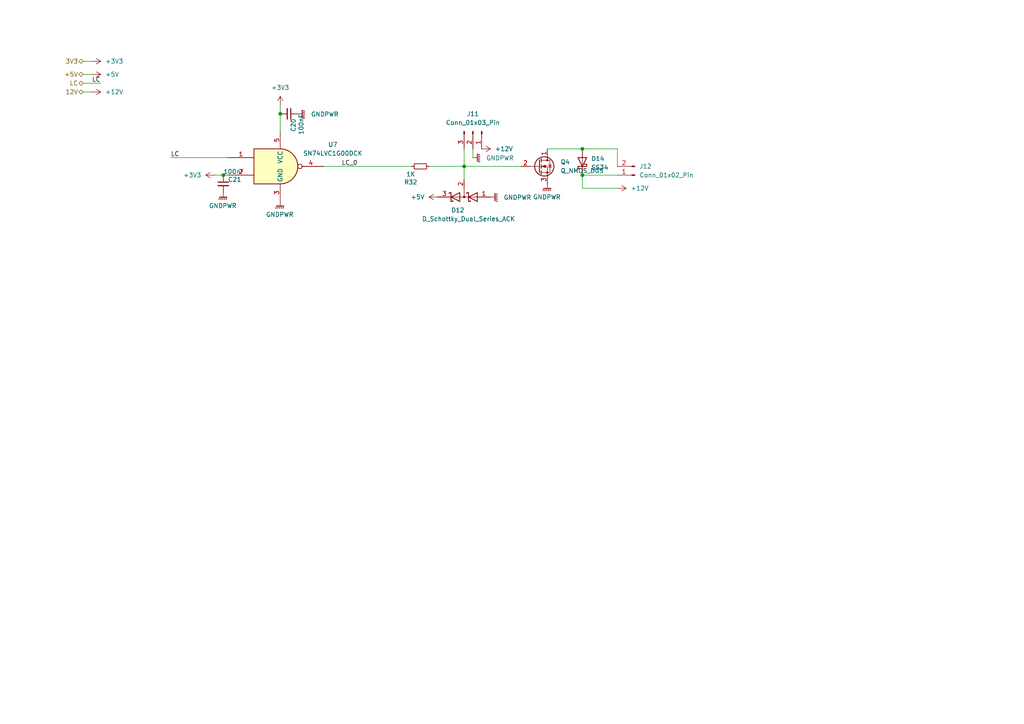
<source format=kicad_sch>
(kicad_sch (version 20231120) (generator "eeschema") (generator_version "8.0")
  (paper "A4")
  (lib_symbols
    (symbol "74xGxx:SN74LVC1G00DCK"
      (property "Reference" "U" (at -5.08 7.62 0))
      (property "Value" "SN74LVC1G00DCK" (at 7.62 -7.62 0))
      (symbol "SN74LVC1G00DCK_0_1"
        (arc (start 0 -5.08) (mid 5.0579 0) (end 0 5.08) (stroke (width 0.254)) (fill (type background)))
        (polyline (pts (xy 0 -5.08) (xy -7.62 -5.08) (xy -7.62 5.08) (xy 0 5.08)) (stroke (width 0.254)) (fill (type background)))
      )
      (symbol "SN74LVC1G00DCK_1_1"
        (pin input line (at -15.24 2.54 0) (length 7.62) (name "~") (number "1"))
        (pin input line (at -15.24 -2.54 0) (length 7.62) (name "~") (number "2"))
        (pin power_in line (at 0 -10.16 90) (length 5.08) (name "GND") (number "3"))
        (pin output inverted (at 12.7 0 180) (length 7.62) (name "~") (number "4"))
        (pin power_in line (at 0 10.16 270) (length 5.08) (name "VCC") (number "5"))
      )
    )
    (symbol "Connector:Conn_01x02_Pin" (pin_names (offset 1.016) hide)
      (property "Reference" "J" (at 0 2.54 0))
      (property "Value" "Conn_01x02_Pin" (at 0 -5.08 0))
      (symbol "Conn_01x02_Pin_1_1"
        (polyline (pts (xy 1.27 -2.54) (xy 0.8636 -2.54)) (stroke (width 0.1524)))
        (polyline (pts (xy 1.27 0) (xy 0.8636 0)) (stroke (width 0.1524)))
        (rectangle (start 0.8636 -2.413) (end 0 -2.667) (stroke (width 0.1524)) (fill (type outline)))
        (rectangle (start 0.8636 0.127) (end 0 -0.127) (stroke (width 0.1524)) (fill (type outline)))
        (pin passive line (at 5.08 0 180) (length 3.81) (name "Pin_1") (number "1"))
        (pin passive line (at 5.08 -2.54 180) (length 3.81) (name "Pin_2") (number "2"))
      )
    )
    (symbol "Connector:Conn_01x03_Pin" (pin_names (offset 1.016) hide)
      (property "Reference" "J" (at 0 5.08 0))
      (property "Value" "Conn_01x03_Pin" (at 0 -5.08 0))
      (symbol "Conn_01x03_Pin_1_1"
        (polyline (pts (xy 1.27 -2.54) (xy 0.8636 -2.54)) (stroke (width 0.1524)))
        (polyline (pts (xy 1.27 0) (xy 0.8636 0)) (stroke (width 0.1524)))
        (polyline (pts (xy 1.27 2.54) (xy 0.8636 2.54)) (stroke (width 0.1524)))
        (rectangle (start 0.8636 -2.413) (end 0 -2.667) (stroke (width 0.1524)) (fill (type outline)))
        (rectangle (start 0.8636 0.127) (end 0 -0.127) (stroke (width 0.1524)) (fill (type outline)))
        (rectangle (start 0.8636 2.667) (end 0 2.413) (stroke (width 0.1524)) (fill (type outline)))
        (pin passive line (at 5.08 2.54 180) (length 3.81) (name "Pin_1") (number "1"))
        (pin passive line (at 5.08 0 180) (length 3.81) (name "Pin_2") (number "2"))
        (pin passive line (at 5.08 -2.54 180) (length 3.81) (name "Pin_3") (number "3"))
      )
    )
    (symbol "Device:C_Small" (pin_numbers hide) (pin_names (offset 0.254) hide)
      (property "Reference" "C" (at 0.254 1.778 0))
      (property "Value" "C_Small" (at 0.254 -2.032 0))
      (symbol "C_Small_0_1"
        (polyline (pts (xy -1.524 -0.508) (xy 1.524 -0.508)) (stroke (width 0.3302)))
        (polyline (pts (xy -1.524 0.508) (xy 1.524 0.508)) (stroke (width 0.3048)))
      )
      (symbol "C_Small_1_1"
        (pin passive line (at 0 2.54 270) (length 2.032) (name "~") (number "1"))
        (pin passive line (at 0 -2.54 90) (length 2.032) (name "~") (number "2"))
      )
    )
    (symbol "Device:D_Schottky_Dual_Series_ACK" (pin_names (offset 0.762) hide)
      (property "Reference" "D" (at 1.27 -2.54 0))
      (property "Value" "D_Schottky_Dual_Series_ACK" (at 0 2.54 0))
      (symbol "D_Schottky_Dual_Series_ACK_0_1"
        (polyline (pts (xy 0 0) (xy 0 -2.54)))
        (polyline (pts (xy 3.81 0) (xy -3.81 0)))
        (polyline (pts (xy 6.35 0) (xy 7.62 0)))
        (polyline (pts (xy -1.27 -1.27) (xy -1.27 1.27) (xy -1.27 1.27)) (stroke (width 0.254)))
        (polyline (pts (xy 3.81 1.27) (xy 3.81 -1.27) (xy 3.81 -1.27)) (stroke (width 0.254)))
        (polyline (pts (xy -1.27 -1.27) (xy -0.762 -1.27) (xy -0.762 -1.016) (xy -0.762 -1.016)) (stroke (width 0.254)))
        (polyline (pts (xy 3.81 -1.27) (xy 4.318 -1.27) (xy 4.318 -1.016) (xy 4.318 -1.016)) (stroke (width 0.254)))
        (polyline (pts (xy 3.81 1.27) (xy 3.302 1.27) (xy 3.302 1.016) (xy 3.302 1.016)) (stroke (width 0.254)))
        (polyline (pts (xy -1.778 1.016) (xy -1.778 1.27) (xy -1.27 1.27) (xy -1.27 1.27) (xy -1.27 1.27)) (stroke (width 0.254)))
        (polyline (pts (xy -3.81 1.27) (xy -1.27 0) (xy -3.81 -1.27) (xy -3.81 1.27) (xy -3.81 1.27) (xy -3.81 1.27)) (stroke (width 0.254)))
        (polyline (pts (xy 1.27 1.27) (xy 3.81 0) (xy 1.27 -1.27) (xy 1.27 1.27) (xy 1.27 1.27) (xy 1.27 1.27)) (stroke (width 0.254)))
        (circle (center 0 0) (radius 0.254) (fill (type outline)))
        (pin passive line (at -7.62 0 0) (length 3.81) (name "A") (number "1"))
        (pin passive line (at 0 -5.08 90) (length 2.54) (name "common") (number "2"))
        (pin passive line (at 7.62 0 180) (length 3.81) (name "K") (number "3"))
      )
    )
    (symbol "Device:Q_NMOS_DGS" (pin_names (offset 0) hide)
      (property "Reference" "Q" (at 5.08 1.27 0))
      (property "Value" "Q_NMOS_DGS" (at 5.08 -1.27 0))
      (symbol "Q_NMOS_DGS_0_1"
        (polyline (pts (xy 0.254 0) (xy -2.54 0)))
        (polyline (pts (xy 0.254 1.905) (xy 0.254 -1.905)) (stroke (width 0.254)))
        (polyline (pts (xy 0.762 -1.27) (xy 0.762 -2.286)) (stroke (width 0.254)))
        (polyline (pts (xy 0.762 0.508) (xy 0.762 -0.508)) (stroke (width 0.254)))
        (polyline (pts (xy 0.762 2.286) (xy 0.762 1.27)) (stroke (width 0.254)))
        (polyline (pts (xy 2.54 2.54) (xy 2.54 1.778)))
        (polyline (pts (xy 2.54 -2.54) (xy 2.54 0) (xy 0.762 0)))
        (polyline (pts (xy 0.762 -1.778) (xy 3.302 -1.778) (xy 3.302 1.778) (xy 0.762 1.778)))
        (polyline (pts (xy 1.016 0) (xy 2.032 0.381) (xy 2.032 -0.381) (xy 1.016 0)) (fill (type outline)))
        (polyline (pts (xy 2.794 0.508) (xy 2.921 0.381) (xy 3.683 0.381) (xy 3.81 0.254)))
        (polyline (pts (xy 3.302 0.381) (xy 2.921 -0.254) (xy 3.683 -0.254) (xy 3.302 0.381)))
        (circle (center 1.651 0) (radius 2.794) (stroke (width 0.254)))
        (circle (center 2.54 -1.778) (radius 0.254) (fill (type outline)))
        (circle (center 2.54 1.778) (radius 0.254) (fill (type outline)))
      )
      (symbol "Q_NMOS_DGS_1_1"
        (pin passive line (at 2.54 5.08 270) (length 2.54) (name "D") (number "1"))
        (pin input line (at -5.08 0 0) (length 2.54) (name "G") (number "2"))
        (pin passive line (at 2.54 -5.08 90) (length 2.54) (name "S") (number "3"))
      )
    )
    (symbol "Device:R_Small" (pin_numbers hide) (pin_names (offset 0.254) hide)
      (property "Reference" "R" (at 0.762 0.508 0))
      (property "Value" "R_Small" (at 0.762 -1.016 0))
      (symbol "R_Small_0_1"
        (rectangle (start -0.762 1.778) (end 0.762 -1.778) (stroke (width 0.2032)))
      )
      (symbol "R_Small_1_1"
        (pin passive line (at 0 2.54 270) (length 0.762) (name "~") (number "1"))
        (pin passive line (at 0 -2.54 90) (length 0.762) (name "~") (number "2"))
      )
    )
    (symbol "Diode:1N6858UR" (pin_numbers hide) (pin_names (offset 1.016) hide)
      (property "Reference" "D" (at 0 2.54 0))
      (property "Value" "1N6858UR" (at 0 -2.54 0))
      (symbol "1N6858UR_0_1"
        (polyline (pts (xy 1.27 0) (xy -1.27 0)))
        (polyline (pts (xy 1.27 1.27) (xy 1.27 -1.27) (xy -1.27 0) (xy 1.27 1.27)) (stroke (width 0.254)))
        (polyline (pts (xy -1.905 0.635) (xy -1.905 1.27) (xy -1.27 1.27) (xy -1.27 -1.27) (xy -0.635 -1.27) (xy -0.635 -0.635)) (stroke (width 0.254)))
      )
      (symbol "1N6858UR_1_1"
        (pin passive line (at -3.81 0 0) (length 2.54) (name "K") (number "1"))
        (pin passive line (at 3.81 0 180) (length 2.54) (name "A") (number "2"))
      )
    )
    (symbol "power:+12V" (power) (pin_numbers hide) (pin_names (offset 0) hide)
      (property "Value" "+12V" (at 0 3.556 0))
      (symbol "+12V_0_1"
        (polyline (pts (xy -0.762 1.27) (xy 0 2.54)))
        (polyline (pts (xy 0 0) (xy 0 2.54)))
        (polyline (pts (xy 0 2.54) (xy 0.762 1.27)))
      )
      (symbol "+12V_1_1"
        (pin power_in line (at 0 0 90) (length 0) (name "~") (number "1"))
      )
    )
    (symbol "power:+3V3" (power) (pin_numbers hide) (pin_names (offset 0) hide)
      (property "Value" "+3V3" (at 0 3.556 0))
      (symbol "+3V3_0_1"
        (polyline (pts (xy -0.762 1.27) (xy 0 2.54)))
        (polyline (pts (xy 0 0) (xy 0 2.54)))
        (polyline (pts (xy 0 2.54) (xy 0.762 1.27)))
      )
      (symbol "+3V3_1_1"
        (pin power_in line (at 0 0 90) (length 0) (name "~") (number "1"))
      )
    )
    (symbol "power:GNDPWR" (power) (pin_numbers hide) (pin_names (offset 0) hide)
      (property "Value" "GNDPWR" (at 0 -3.302 0))
      (symbol "GNDPWR_0_1"
        (polyline (pts (xy 0 -1.27) (xy 0 0)))
        (polyline (pts (xy -1.016 -1.27) (xy -1.27 -2.032) (xy -1.27 -2.032)) (stroke (width 0.2032)))
        (polyline (pts (xy -0.508 -1.27) (xy -0.762 -2.032) (xy -0.762 -2.032)) (stroke (width 0.2032)))
        (polyline (pts (xy 0 -1.27) (xy -0.254 -2.032) (xy -0.254 -2.032)) (stroke (width 0.2032)))
        (polyline (pts (xy 0.508 -1.27) (xy 0.254 -2.032) (xy 0.254 -2.032)) (stroke (width 0.2032)))
        (polyline (pts (xy 1.016 -1.27) (xy -1.016 -1.27) (xy -1.016 -1.27)) (stroke (width 0.2032)))
        (polyline (pts (xy 1.016 -1.27) (xy 0.762 -2.032) (xy 0.762 -2.032) (xy 0.762 -2.032)) (stroke (width 0.2032)))
      )
      (symbol "GNDPWR_1_1"
        (pin power_in line (at 0 0 270) (length 0) (name "~") (number "1"))
      )
    )
  )
  (junction (at 81.28 33.02))
  (junction (at 168.91 50.8))
  (junction (at 168.91 43.18))
  (junction (at 134.62 48.26))
  (junction (at 64.77 50.8))
  (wire (pts (xy 64.77 50.8) (xy 66.04 50.8)))
  (wire (pts (xy 158.75 43.18) (xy 168.91 43.18)))
  (wire (pts (xy 134.62 43.18) (xy 134.62 48.26)))
  (wire (pts (xy 179.07 43.18) (xy 179.07 48.26)))
  (wire (pts (xy 81.28 33.02) (xy 81.28 38.1)))
  (wire (pts (xy 134.62 48.26) (xy 151.13 48.26)))
  (wire (pts (xy 49.53 45.72) (xy 66.04 45.72)))
  (wire (pts (xy 24.13 24.13) (xy 29.21 24.13)))
  (wire (pts (xy 93.98 48.26) (xy 119.38 48.26)))
  (wire (pts (xy 168.91 54.61) (xy 179.07 54.61)))
  (wire (pts (xy 24.13 17.78) (xy 26.67 17.78)))
  (wire (pts (xy 62.23 50.8) (xy 64.77 50.8)))
  (wire (pts (xy 137.16 45.72) (xy 137.16 43.18)))
  (wire (pts (xy 134.62 52.07) (xy 134.62 48.26)))
  (wire (pts (xy 168.91 43.18) (xy 179.07 43.18)))
  (wire (pts (xy 81.28 30.48) (xy 81.28 33.02)))
  (wire (pts (xy 168.91 50.8) (xy 179.07 50.8)))
  (wire (pts (xy 24.13 21.59) (xy 26.67 21.59)))
  (wire (pts (xy 168.91 54.61) (xy 168.91 50.8)))
  (wire (pts (xy 134.62 48.26) (xy 124.46 48.26)))
  (wire (pts (xy 24.13 26.67) (xy 26.67 26.67)))
  (label "LC" (at 26.67 24.13 0))
  (label "LC_0" (at 99.06 48.26 0))
  (label "LC" (at 49.53 45.72 0))
  (hierarchical_label "3V3" (shape bidirectional) (at 24.13 17.78 180))
  (hierarchical_label "12V" (shape bidirectional) (at 24.13 26.67 180))
  (hierarchical_label "+5V" (shape bidirectional) (at 24.13 21.59 180))
  (hierarchical_label "LC" (shape bidirectional) (at 24.13 24.13 180))
  (symbol (lib_id "Diode:1N6858UR") (at 168.91 46.99 90) (unit 1)
    (property "Reference" "D14" (at 171.45 46.0374 90) (effects (justify right)))
    (property "Value" "SS34" (at 171.45 48.5774 90) (effects (justify right)))
    (property "Footprint" "Diode_SMD:D_MELF" (effects (hide yes)))
    (property "Datasheet" "https://www.microsemi.com/document-portal/doc_download/131890-lds-0040-1-datasheet" (effects (hide yes)))
    (property "Description" "70V 75mA Schottky diode, MELF(DO-213AA)" (effects (hide yes)))
  )
  (symbol (lib_id "Connector:Conn_01x03_Pin") (at 137.16 38.1 270) (unit 1)
    (property "Reference" "J11" (at 137.16 33.02 90))
    (property "Value" "Conn_01x03_Pin" (at 137.16 35.56 90))
    (property "Description" "Generic connector, single row, 01x03, script generated" (effects (hide yes)))
  )
  (symbol (lib_id "power:GNDPWR") (at 64.77 55.88 0) (unit 1)
    (property "Reference" "#PWR092" (effects (hide yes)))
    (property "Value" "GNDPWR" (at 64.643 59.69 0))
    (property "Description" "Power symbol creates a global label with name \"GNDPWR\" , global ground" (effects (hide yes)))
  )
  (symbol (lib_id "power:+12V") (at 26.67 26.67 270) (unit 1)
    (property "Reference" "#PWR093" (effects (hide yes)))
    (property "Value" "+12V" (at 30.48 26.6699 90) (effects (justify left)))
    (property "Description" "Power symbol creates a global label with name \"+12V\"" (effects (hide yes)))
  )
  (symbol (lib_id "Connector:Conn_01x02_Pin") (at 184.15 50.8 180) (unit 1)
    (property "Reference" "J12" (at 185.42 48.2599 0) (effects (justify right)))
    (property "Value" "Conn_01x02_Pin" (at 185.42 50.7999 0) (effects (justify right)))
    (property "Description" "Generic connector, single row, 01x02, script generated" (effects (hide yes)))
  )
  (symbol (lib_id "Device:C_Small") (at 64.77 53.34 0) (unit 1)
    (property "Reference" "C21" (at 68.072 52.07 0))
    (property "Value" "100nF" (at 67.818 49.784 0))
    (property "Description" "Unpolarized capacitor, small symbol" (effects (hide yes)))
  )
  (symbol (lib_id "power:GNDPWR") (at 137.16 45.72 90) (unit 1)
    (property "Reference" "#PWR088" (effects (hide yes)))
    (property "Value" "GNDPWR" (at 140.97 45.8469 90) (effects (justify right)))
    (property "Description" "Power symbol creates a global label with name \"GNDPWR\" , global ground" (effects (hide yes)))
  )
  (symbol (lib_id "power:+3V3") (at 127 57.15 90) (unit 1)
    (property "Reference" "#PWR089" (effects (hide yes)))
    (property "Value" "+5V" (at 123.19 57.1499 90) (effects (justify left)))
    (property "Description" "Power symbol creates a global label with name \"+3V3\"" (effects (hide yes)))
  )
  (symbol (lib_id "power:+3V3") (at 81.28 30.48 0) (unit 1)
    (property "Reference" "#PWR085" (effects (hide yes)))
    (property "Value" "+3V3" (at 81.28 25.4 0))
    (property "Description" "Power symbol creates a global label with name \"+3V3\"" (effects (hide yes)))
  )
  (symbol (lib_id "power:GNDPWR") (at 158.75 53.34 0) (unit 1)
    (property "Reference" "#PWR091" (effects (hide yes)))
    (property "Value" "GNDPWR" (at 158.623 57.15 0))
    (property "Description" "Power symbol creates a global label with name \"GNDPWR\" , global ground" (effects (hide yes)))
  )
  (symbol (lib_id "power:GNDPWR") (at 86.36 33.02 90) (unit 1)
    (property "Reference" "#PWR087" (effects (hide yes)))
    (property "Value" "GNDPWR" (at 90.17 33.1469 90) (effects (justify right)))
    (property "Description" "Power symbol creates a global label with name \"GNDPWR\" , global ground" (effects (hide yes)))
  )
  (symbol (lib_id "Device:R_Small") (at 121.92 48.26 90) (unit 1)
    (property "Reference" "R32" (at 119.126 52.832 90))
    (property "Value" "1K" (at 119.126 50.546 90))
    (property "Description" "Resistor, small symbol" (effects (hide yes)))
  )
  (symbol (lib_id "power:+3V3") (at 26.67 21.59 270) (unit 1)
    (property "Reference" "#PWR083" (effects (hide yes)))
    (property "Value" "+5V" (at 30.48 21.5899 90) (effects (justify left)))
    (property "Description" "Power symbol creates a global label with name \"+3V3\"" (effects (hide yes)))
  )
  (symbol (lib_id "74xGxx:SN74LVC1G00DCK") (at 81.28 48.26 0) (unit 1)
    (property "Reference" "U7" (at 96.52 41.9414 0))
    (property "Value" "SN74LVC1G00DCK" (at 96.52 44.4814 0))
    (property "Footprint" "Package_TO_SOT_SMD:Texas_R-PDSO-G5_DCK-5" (effects (hide yes)))
    (property "Datasheet" "http://www.ti.com/lit/ds/symlink/sn74lvc1g00.pdf" (effects (hide yes)))
    (property "Description" "Single NAND Gate, Low-Voltage CMOS, SOT-353" (effects (hide yes)))
  )
  (symbol (lib_id "Device:Q_NMOS_DGS") (at 156.21 48.26 0) (unit 1)
    (property "Reference" "Q4" (at 162.56 46.9899 0) (effects (justify left)))
    (property "Value" "Q_NMOS_DGS" (at 162.56 49.5299 0) (effects (justify left)))
    (property "Description" "N-MOSFET transistor, drain/gate/source" (effects (hide yes)))
  )
  (symbol (lib_id "power:GNDPWR") (at 81.28 58.42 0) (unit 1)
    (property "Reference" "#PWR084" (effects (hide yes)))
    (property "Value" "GNDPWR" (at 81.153 62.23 0))
    (property "Description" "Power symbol creates a global label with name \"GNDPWR\" , global ground" (effects (hide yes)))
  )
  (symbol (lib_id "power:+12V") (at 139.7 43.18 270) (unit 1)
    (property "Reference" "#PWR095" (effects (hide yes)))
    (property "Value" "+12V" (at 143.51 43.1799 90) (effects (justify left)))
    (property "Description" "Power symbol creates a global label with name \"+12V\"" (effects (hide yes)))
  )
  (symbol (lib_id "power:GNDPWR") (at 142.24 57.15 90) (unit 1)
    (property "Reference" "#PWR090" (effects (hide yes)))
    (property "Value" "GNDPWR" (at 146.05 57.2769 90) (effects (justify right)))
    (property "Description" "Power symbol creates a global label with name \"GNDPWR\" , global ground" (effects (hide yes)))
  )
  (symbol (lib_id "power:+12V") (at 179.07 54.61 270) (unit 1)
    (property "Reference" "#PWR094" (effects (hide yes)))
    (property "Value" "+12V" (at 182.88 54.6099 90) (effects (justify left)))
    (property "Description" "Power symbol creates a global label with name \"+12V\"" (effects (hide yes)))
  )
  (symbol (lib_id "power:+3V3") (at 26.67 17.78 270) (unit 1)
    (property "Reference" "#PWR082" (effects (hide yes)))
    (property "Value" "+3V3" (at 30.48 17.7799 90) (effects (justify left)))
    (property "Description" "Power symbol creates a global label with name \"+3V3\"" (effects (hide yes)))
  )
  (symbol (lib_id "Device:C_Small") (at 83.82 33.02 270) (unit 1)
    (property "Reference" "C20" (at 85.09 36.322 0))
    (property "Value" "100nF" (at 87.376 36.068 0))
    (property "Description" "Unpolarized capacitor, small symbol" (effects (hide yes)))
  )
  (symbol (lib_id "Device:D_Schottky_Dual_Series_ACK") (at 134.62 57.15 180) (unit 1)
    (property "Reference" "D12" (at 132.7785 60.96 0))
    (property "Value" "D_Schottky_Dual_Series_ACK" (at 135.89 63.5 0))
    (property "Description" "Dual Schottky diode, anode/center/cathode" (effects (hide yes)))
  )
  (symbol (lib_id "power:+3V3") (at 62.23 50.8 90) (unit 1)
    (property "Reference" "#PWR086" (effects (hide yes)))
    (property "Value" "+3V3" (at 58.42 50.7999 90) (effects (justify left)))
    (property "Description" "Power symbol creates a global label with name \"+3V3\"" (effects (hide yes)))
  )
)
</source>
